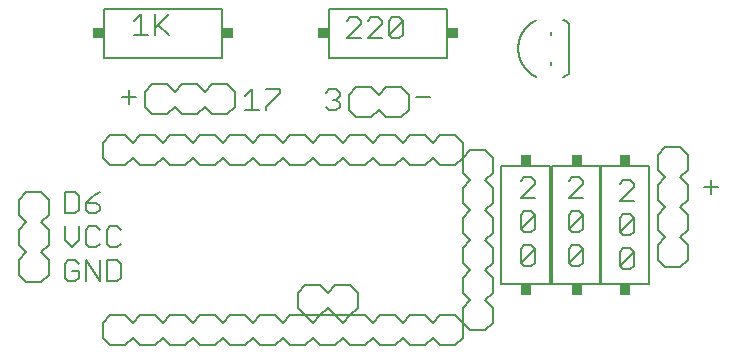
<source format=gbr>
G04 EAGLE Gerber RS-274X export*
G75*
%MOMM*%
%FSLAX34Y34*%
%LPD*%
%INSilkscreen Top*%
%IPPOS*%
%AMOC8*
5,1,8,0,0,1.08239X$1,22.5*%
G01*
%ADD10C,0.152400*%
%ADD11C,0.203200*%
%ADD12R,0.850000X0.812800*%
%ADD13C,0.127000*%
%ADD14R,0.812800X0.850000*%


D10*
X209042Y223445D02*
X214974Y229377D01*
X214974Y211582D01*
X220905Y211582D02*
X209042Y211582D01*
X226817Y229377D02*
X238680Y229377D01*
X238680Y226411D01*
X226817Y214548D01*
X226817Y211582D01*
X277622Y226411D02*
X280588Y229377D01*
X286520Y229377D01*
X289485Y226411D01*
X289485Y223445D01*
X286520Y220480D01*
X283554Y220480D01*
X286520Y220480D02*
X289485Y217514D01*
X289485Y214548D01*
X286520Y211582D01*
X280588Y211582D01*
X277622Y214548D01*
X116765Y223020D02*
X104902Y223020D01*
X110834Y228951D02*
X110834Y217088D01*
X353822Y223020D02*
X365685Y223020D01*
X56642Y142509D02*
X56642Y124714D01*
X65540Y124714D01*
X68505Y127680D01*
X68505Y139543D01*
X65540Y142509D01*
X56642Y142509D01*
X80349Y139543D02*
X86280Y142509D01*
X80349Y139543D02*
X74417Y133612D01*
X74417Y127680D01*
X77383Y124714D01*
X83314Y124714D01*
X86280Y127680D01*
X86280Y130646D01*
X83314Y133612D01*
X74417Y133612D01*
X56642Y113553D02*
X56642Y101690D01*
X62574Y95758D01*
X68505Y101690D01*
X68505Y113553D01*
X83314Y113553D02*
X86280Y110587D01*
X83314Y113553D02*
X77383Y113553D01*
X74417Y110587D01*
X74417Y98724D01*
X77383Y95758D01*
X83314Y95758D01*
X86280Y98724D01*
X101089Y113553D02*
X104055Y110587D01*
X101089Y113553D02*
X95158Y113553D01*
X92192Y110587D01*
X92192Y98724D01*
X95158Y95758D01*
X101089Y95758D01*
X104055Y98724D01*
X68505Y81631D02*
X65540Y84597D01*
X59608Y84597D01*
X56642Y81631D01*
X56642Y69768D01*
X59608Y66802D01*
X65540Y66802D01*
X68505Y69768D01*
X68505Y75700D01*
X62574Y75700D01*
X74417Y84597D02*
X74417Y66802D01*
X86280Y66802D02*
X74417Y84597D01*
X86280Y84597D02*
X86280Y66802D01*
X92192Y66802D02*
X92192Y84597D01*
X92192Y66802D02*
X101089Y66802D01*
X104055Y69768D01*
X104055Y81631D01*
X101089Y84597D01*
X92192Y84597D01*
X115062Y286945D02*
X120994Y292877D01*
X120994Y275082D01*
X126925Y275082D02*
X115062Y275082D01*
X132837Y275082D02*
X132837Y292877D01*
X132837Y281014D02*
X144700Y292877D01*
X135803Y283980D02*
X144700Y275082D01*
X295402Y272542D02*
X307265Y272542D01*
X295402Y272542D02*
X307265Y284405D01*
X307265Y287371D01*
X304300Y290337D01*
X298368Y290337D01*
X295402Y287371D01*
X313177Y272542D02*
X325040Y272542D01*
X313177Y272542D02*
X325040Y284405D01*
X325040Y287371D01*
X322074Y290337D01*
X316143Y290337D01*
X313177Y287371D01*
X330952Y287371D02*
X330952Y275508D01*
X330952Y287371D02*
X333918Y290337D01*
X339849Y290337D01*
X342815Y287371D01*
X342815Y275508D01*
X339849Y272542D01*
X333918Y272542D01*
X330952Y275508D01*
X342815Y287371D01*
X597662Y146820D02*
X609525Y146820D01*
X603594Y152751D02*
X603594Y140888D01*
X538405Y134874D02*
X526542Y134874D01*
X538405Y146737D01*
X538405Y149703D01*
X535440Y152669D01*
X529508Y152669D01*
X526542Y149703D01*
X526542Y120747D02*
X526542Y108884D01*
X526542Y120747D02*
X529508Y123713D01*
X535440Y123713D01*
X538405Y120747D01*
X538405Y108884D01*
X535440Y105918D01*
X529508Y105918D01*
X526542Y108884D01*
X538405Y120747D01*
X526542Y91791D02*
X526542Y79928D01*
X526542Y91791D02*
X529508Y94757D01*
X535440Y94757D01*
X538405Y91791D01*
X538405Y79928D01*
X535440Y76962D01*
X529508Y76962D01*
X526542Y79928D01*
X538405Y91791D01*
X495225Y137414D02*
X483362Y137414D01*
X495225Y149277D01*
X495225Y152243D01*
X492260Y155209D01*
X486328Y155209D01*
X483362Y152243D01*
X483362Y123287D02*
X483362Y111424D01*
X483362Y123287D02*
X486328Y126253D01*
X492260Y126253D01*
X495225Y123287D01*
X495225Y111424D01*
X492260Y108458D01*
X486328Y108458D01*
X483362Y111424D01*
X495225Y123287D01*
X483362Y94331D02*
X483362Y82468D01*
X483362Y94331D02*
X486328Y97297D01*
X492260Y97297D01*
X495225Y94331D01*
X495225Y82468D01*
X492260Y79502D01*
X486328Y79502D01*
X483362Y82468D01*
X495225Y94331D01*
X454585Y137414D02*
X442722Y137414D01*
X454585Y149277D01*
X454585Y152243D01*
X451620Y155209D01*
X445688Y155209D01*
X442722Y152243D01*
X442722Y123287D02*
X442722Y111424D01*
X442722Y123287D02*
X445688Y126253D01*
X451620Y126253D01*
X454585Y123287D01*
X454585Y111424D01*
X451620Y108458D01*
X445688Y108458D01*
X442722Y111424D01*
X454585Y123287D01*
X442722Y94331D02*
X442722Y82468D01*
X442722Y94331D02*
X445688Y97297D01*
X451620Y97297D01*
X454585Y94331D01*
X454585Y82468D01*
X451620Y79502D01*
X445688Y79502D01*
X442722Y82468D01*
X454585Y94331D01*
D11*
X260350Y190500D02*
X247650Y190500D01*
X260350Y190500D02*
X266700Y184150D01*
X266700Y171450D02*
X260350Y165100D01*
X222250Y190500D02*
X215900Y184150D01*
X222250Y190500D02*
X234950Y190500D01*
X241300Y184150D01*
X241300Y171450D02*
X234950Y165100D01*
X222250Y165100D01*
X215900Y171450D01*
X241300Y184150D02*
X247650Y190500D01*
X241300Y171450D02*
X247650Y165100D01*
X260350Y165100D01*
X184150Y190500D02*
X171450Y190500D01*
X184150Y190500D02*
X190500Y184150D01*
X190500Y171450D02*
X184150Y165100D01*
X190500Y184150D02*
X196850Y190500D01*
X209550Y190500D01*
X215900Y184150D01*
X215900Y171450D02*
X209550Y165100D01*
X196850Y165100D01*
X190500Y171450D01*
X146050Y190500D02*
X139700Y184150D01*
X146050Y190500D02*
X158750Y190500D01*
X165100Y184150D01*
X165100Y171450D02*
X158750Y165100D01*
X146050Y165100D01*
X139700Y171450D01*
X165100Y184150D02*
X171450Y190500D01*
X165100Y171450D02*
X171450Y165100D01*
X184150Y165100D01*
X107950Y190500D02*
X95250Y190500D01*
X107950Y190500D02*
X114300Y184150D01*
X114300Y171450D02*
X107950Y165100D01*
X114300Y184150D02*
X120650Y190500D01*
X133350Y190500D01*
X139700Y184150D01*
X139700Y171450D02*
X133350Y165100D01*
X120650Y165100D01*
X114300Y171450D01*
X88900Y171450D02*
X88900Y184150D01*
X95250Y190500D01*
X88900Y171450D02*
X95250Y165100D01*
X107950Y165100D01*
X273050Y190500D02*
X285750Y190500D01*
X292100Y184150D01*
X292100Y171450D02*
X285750Y165100D01*
X266700Y184150D02*
X273050Y190500D01*
X266700Y171450D02*
X273050Y165100D01*
X285750Y165100D01*
X298450Y190500D02*
X311150Y190500D01*
X317500Y184150D01*
X317500Y171450D02*
X311150Y165100D01*
X292100Y184150D02*
X298450Y190500D01*
X292100Y171450D02*
X298450Y165100D01*
X311150Y165100D01*
X323850Y190500D02*
X336550Y190500D01*
X342900Y184150D01*
X342900Y171450D02*
X336550Y165100D01*
X317500Y184150D02*
X323850Y190500D01*
X317500Y171450D02*
X323850Y165100D01*
X336550Y165100D01*
X349250Y190500D02*
X361950Y190500D01*
X368300Y184150D01*
X368300Y171450D02*
X361950Y165100D01*
X342900Y184150D02*
X349250Y190500D01*
X342900Y171450D02*
X349250Y165100D01*
X361950Y165100D01*
X374650Y190500D02*
X387350Y190500D01*
X393700Y184150D01*
X393700Y171450D01*
X387350Y165100D01*
X368300Y184150D02*
X374650Y190500D01*
X368300Y171450D02*
X374650Y165100D01*
X387350Y165100D01*
X234950Y12700D02*
X222250Y12700D01*
X215900Y19050D01*
X215900Y31750D02*
X222250Y38100D01*
X260350Y12700D02*
X266700Y19050D01*
X260350Y12700D02*
X247650Y12700D01*
X241300Y19050D01*
X241300Y31750D02*
X247650Y38100D01*
X260350Y38100D01*
X266700Y31750D01*
X241300Y19050D02*
X234950Y12700D01*
X241300Y31750D02*
X234950Y38100D01*
X222250Y38100D01*
X298450Y12700D02*
X311150Y12700D01*
X298450Y12700D02*
X292100Y19050D01*
X292100Y31750D02*
X298450Y38100D01*
X292100Y19050D02*
X285750Y12700D01*
X273050Y12700D01*
X266700Y19050D01*
X266700Y31750D02*
X273050Y38100D01*
X285750Y38100D01*
X292100Y31750D01*
X336550Y12700D02*
X342900Y19050D01*
X336550Y12700D02*
X323850Y12700D01*
X317500Y19050D01*
X317500Y31750D02*
X323850Y38100D01*
X336550Y38100D01*
X342900Y31750D01*
X317500Y19050D02*
X311150Y12700D01*
X317500Y31750D02*
X311150Y38100D01*
X298450Y38100D01*
X374650Y12700D02*
X387350Y12700D01*
X374650Y12700D02*
X368300Y19050D01*
X368300Y31750D02*
X374650Y38100D01*
X368300Y19050D02*
X361950Y12700D01*
X349250Y12700D01*
X342900Y19050D01*
X342900Y31750D02*
X349250Y38100D01*
X361950Y38100D01*
X368300Y31750D01*
X393700Y31750D02*
X393700Y19050D01*
X387350Y12700D01*
X393700Y31750D02*
X387350Y38100D01*
X374650Y38100D01*
X209550Y12700D02*
X196850Y12700D01*
X190500Y19050D01*
X190500Y31750D02*
X196850Y38100D01*
X215900Y19050D02*
X209550Y12700D01*
X215900Y31750D02*
X209550Y38100D01*
X196850Y38100D01*
X184150Y12700D02*
X171450Y12700D01*
X165100Y19050D01*
X165100Y31750D02*
X171450Y38100D01*
X190500Y19050D02*
X184150Y12700D01*
X190500Y31750D02*
X184150Y38100D01*
X171450Y38100D01*
X158750Y12700D02*
X146050Y12700D01*
X139700Y19050D01*
X139700Y31750D02*
X146050Y38100D01*
X165100Y19050D02*
X158750Y12700D01*
X165100Y31750D02*
X158750Y38100D01*
X146050Y38100D01*
X133350Y12700D02*
X120650Y12700D01*
X114300Y19050D01*
X114300Y31750D02*
X120650Y38100D01*
X139700Y19050D02*
X133350Y12700D01*
X139700Y31750D02*
X133350Y38100D01*
X120650Y38100D01*
X107950Y12700D02*
X95250Y12700D01*
X88900Y19050D01*
X88900Y31750D01*
X95250Y38100D01*
X114300Y19050D02*
X107950Y12700D01*
X114300Y31750D02*
X107950Y38100D01*
X95250Y38100D01*
X393700Y158750D02*
X400050Y152400D01*
X393700Y158750D02*
X393700Y171450D01*
X400050Y177800D01*
X412750Y177800D02*
X419100Y171450D01*
X419100Y158750D01*
X412750Y152400D01*
X393700Y120650D02*
X393700Y107950D01*
X393700Y120650D02*
X400050Y127000D01*
X412750Y127000D02*
X419100Y120650D01*
X400050Y127000D02*
X393700Y133350D01*
X393700Y146050D01*
X400050Y152400D01*
X412750Y152400D02*
X419100Y146050D01*
X419100Y133350D01*
X412750Y127000D01*
X393700Y82550D02*
X400050Y76200D01*
X393700Y82550D02*
X393700Y95250D01*
X400050Y101600D01*
X412750Y101600D02*
X419100Y95250D01*
X419100Y82550D01*
X412750Y76200D01*
X400050Y101600D02*
X393700Y107950D01*
X412750Y101600D02*
X419100Y107950D01*
X419100Y120650D01*
X393700Y44450D02*
X393700Y31750D01*
X393700Y44450D02*
X400050Y50800D01*
X412750Y50800D02*
X419100Y44450D01*
X400050Y50800D02*
X393700Y57150D01*
X393700Y69850D01*
X400050Y76200D01*
X412750Y76200D02*
X419100Y69850D01*
X419100Y57150D01*
X412750Y50800D01*
X412750Y25400D02*
X400050Y25400D01*
X393700Y31750D01*
X412750Y25400D02*
X419100Y31750D01*
X419100Y44450D01*
X412750Y177800D02*
X400050Y177800D01*
X149860Y214630D02*
X143510Y208280D01*
X130810Y208280D01*
X124460Y214630D01*
X124460Y227330D02*
X130810Y233680D01*
X143510Y233680D01*
X149860Y227330D01*
X181610Y208280D02*
X194310Y208280D01*
X181610Y208280D02*
X175260Y214630D01*
X175260Y227330D02*
X181610Y233680D01*
X175260Y214630D02*
X168910Y208280D01*
X156210Y208280D01*
X149860Y214630D01*
X149860Y227330D02*
X156210Y233680D01*
X168910Y233680D01*
X175260Y227330D01*
X200660Y227330D02*
X200660Y214630D01*
X194310Y208280D01*
X200660Y227330D02*
X194310Y233680D01*
X181610Y233680D01*
X124460Y227330D02*
X124460Y214630D01*
X260350Y63500D02*
X273050Y63500D01*
X279400Y57150D01*
X279400Y44450D02*
X273050Y38100D01*
X279400Y57150D02*
X285750Y63500D01*
X298450Y63500D01*
X304800Y57150D01*
X304800Y44450D02*
X298450Y38100D01*
X285750Y38100D01*
X279400Y44450D01*
X254000Y44450D02*
X254000Y57150D01*
X260350Y63500D01*
X254000Y44450D02*
X260350Y38100D01*
X273050Y38100D01*
X304800Y44450D02*
X304800Y57150D01*
X328930Y205740D02*
X341630Y205740D01*
X328930Y205740D02*
X322580Y212090D01*
X322580Y224790D02*
X328930Y231140D01*
X322580Y212090D02*
X316230Y205740D01*
X303530Y205740D01*
X297180Y212090D01*
X297180Y224790D02*
X303530Y231140D01*
X316230Y231140D01*
X322580Y224790D01*
X347980Y224790D02*
X347980Y212090D01*
X341630Y205740D01*
X347980Y224790D02*
X341630Y231140D01*
X328930Y231140D01*
X297180Y224790D02*
X297180Y212090D01*
X43180Y85090D02*
X36830Y91440D01*
X43180Y85090D02*
X43180Y72390D01*
X36830Y66040D01*
X24130Y66040D02*
X17780Y72390D01*
X17780Y85090D01*
X24130Y91440D01*
X43180Y123190D02*
X43180Y135890D01*
X43180Y123190D02*
X36830Y116840D01*
X24130Y116840D02*
X17780Y123190D01*
X36830Y116840D02*
X43180Y110490D01*
X43180Y97790D01*
X36830Y91440D01*
X24130Y91440D02*
X17780Y97790D01*
X17780Y110490D01*
X24130Y116840D01*
X24130Y142240D02*
X36830Y142240D01*
X43180Y135890D01*
X24130Y142240D02*
X17780Y135890D01*
X17780Y123190D01*
X24130Y66040D02*
X36830Y66040D01*
D10*
X280150Y297610D02*
X380250Y297610D01*
X380250Y256110D02*
X280150Y256110D01*
X380250Y256110D02*
X380250Y297610D01*
X280150Y297610D02*
X280150Y256110D01*
D12*
X385250Y276860D03*
X275150Y276860D03*
D13*
X483870Y285110D02*
X483870Y243210D01*
X456001Y240030D02*
X455417Y240313D01*
X454841Y240611D01*
X454272Y240922D01*
X453711Y241247D01*
X453158Y241586D01*
X452613Y241938D01*
X452077Y242303D01*
X451550Y242681D01*
X451033Y243072D01*
X450525Y243475D01*
X450027Y243891D01*
X449539Y244318D01*
X449062Y244757D01*
X448595Y245208D01*
X448140Y245670D01*
X447696Y246143D01*
X447264Y246626D01*
X446843Y247120D01*
X446435Y247624D01*
X446039Y248138D01*
X445656Y248661D01*
X445285Y249193D01*
X444928Y249735D01*
X444584Y250284D01*
X444253Y250842D01*
X443936Y251408D01*
X443633Y251981D01*
X443344Y252562D01*
X443069Y253149D01*
X442808Y253743D01*
X442562Y254343D01*
X442331Y254949D01*
X442114Y255561D01*
X441913Y256177D01*
X441726Y256798D01*
X441555Y257424D01*
X441399Y258053D01*
X441258Y258686D01*
X441132Y259323D01*
X441023Y259962D01*
X440928Y260603D01*
X440850Y261247D01*
X440787Y261893D01*
X440739Y262540D01*
X440708Y263187D01*
X440692Y263836D01*
X440692Y264484D01*
X440708Y265133D01*
X440739Y265780D01*
X440787Y266427D01*
X440850Y267073D01*
X440928Y267717D01*
X441023Y268358D01*
X441132Y268997D01*
X441258Y269634D01*
X441399Y270267D01*
X441555Y270896D01*
X441726Y271522D01*
X441913Y272143D01*
X442114Y272759D01*
X442331Y273371D01*
X442562Y273977D01*
X442808Y274577D01*
X443069Y275171D01*
X443344Y275758D01*
X443633Y276339D01*
X443936Y276912D01*
X444253Y277478D01*
X444584Y278036D01*
X444928Y278585D01*
X445285Y279127D01*
X445656Y279659D01*
X446039Y280182D01*
X446435Y280696D01*
X446843Y281200D01*
X447264Y281694D01*
X447696Y282177D01*
X448140Y282650D01*
X448595Y283112D01*
X449062Y283563D01*
X449539Y284002D01*
X450027Y284429D01*
X450525Y284845D01*
X451033Y285248D01*
X451550Y285639D01*
X452077Y286017D01*
X452613Y286382D01*
X453158Y286734D01*
X453711Y287073D01*
X454272Y287398D01*
X454841Y287709D01*
X455417Y288007D01*
X456001Y288290D01*
X483870Y243210D02*
X483389Y242840D01*
X482900Y242481D01*
X482403Y242133D01*
X481898Y241796D01*
X481385Y241471D01*
X480865Y241158D01*
X480338Y240856D01*
X479805Y240567D01*
X479265Y240290D01*
X478719Y240025D01*
X468630Y250120D02*
X468630Y252800D01*
X468630Y275520D02*
X468630Y278200D01*
X478478Y288407D02*
X479051Y288136D01*
X479617Y287851D01*
X480176Y287554D01*
X480728Y287243D01*
X481272Y286918D01*
X481808Y286582D01*
X482337Y286232D01*
X482857Y285870D01*
X483368Y285496D01*
X483870Y285110D01*
D10*
X189750Y256110D02*
X89650Y256110D01*
X89650Y297610D02*
X189750Y297610D01*
X89650Y297610D02*
X89650Y256110D01*
X189750Y256110D02*
X189750Y297610D01*
D12*
X84650Y276860D03*
X194750Y276860D03*
D11*
X584200Y97790D02*
X584200Y85090D01*
X577850Y78740D01*
X565150Y78740D02*
X558800Y85090D01*
X584200Y123190D02*
X577850Y129540D01*
X584200Y123190D02*
X584200Y110490D01*
X577850Y104140D01*
X565150Y104140D02*
X558800Y110490D01*
X558800Y123190D01*
X565150Y129540D01*
X577850Y104140D02*
X584200Y97790D01*
X565150Y104140D02*
X558800Y97790D01*
X558800Y85090D01*
X584200Y161290D02*
X584200Y173990D01*
X584200Y161290D02*
X577850Y154940D01*
X565150Y154940D02*
X558800Y161290D01*
X577850Y154940D02*
X584200Y148590D01*
X584200Y135890D01*
X577850Y129540D01*
X565150Y129540D02*
X558800Y135890D01*
X558800Y148590D01*
X565150Y154940D01*
X565150Y180340D02*
X577850Y180340D01*
X584200Y173990D01*
X565150Y180340D02*
X558800Y173990D01*
X558800Y161290D01*
X565150Y78740D02*
X577850Y78740D01*
D10*
X467790Y64250D02*
X467790Y164350D01*
X426290Y164350D02*
X426290Y64250D01*
X467790Y64250D01*
X467790Y164350D02*
X426290Y164350D01*
D14*
X447040Y59250D03*
X447040Y169350D03*
D10*
X469470Y164350D02*
X469470Y64250D01*
X510970Y64250D02*
X510970Y164350D01*
X469470Y164350D01*
X469470Y64250D02*
X510970Y64250D01*
D14*
X490220Y169350D03*
X490220Y59250D03*
D10*
X510110Y64250D02*
X510110Y164350D01*
X551610Y164350D02*
X551610Y64250D01*
X551610Y164350D02*
X510110Y164350D01*
X510110Y64250D02*
X551610Y64250D01*
D14*
X530860Y169350D03*
X530860Y59250D03*
M02*

</source>
